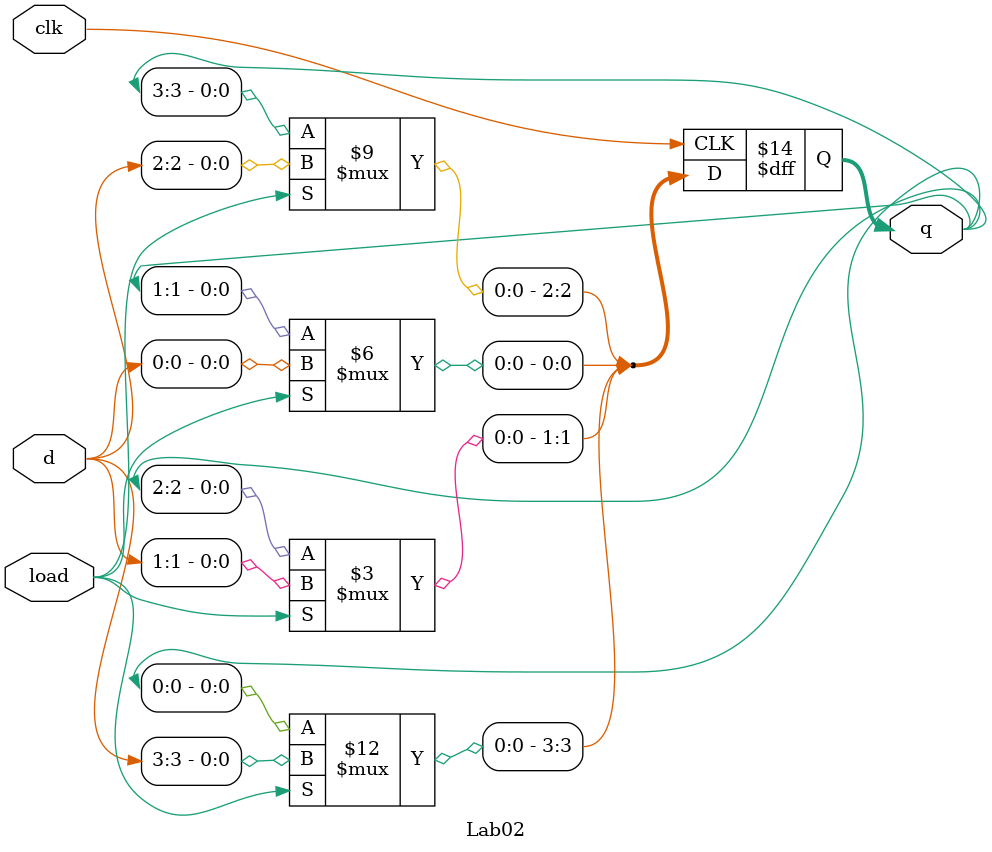
<source format=v>
module Lab02(load, q, d, clk);
	input clk, load;
	input [3:0] d;
	
	output reg [3:0]q;
	
	always @(posedge clk)
	begin
	if (load)
		q=d;
	
	else
		begin
		q[3]<=q[0];
		q[2]<=q[3];
		q[1]<=q[2];
		q[0]<=q[1];
		end
	
	end

endmodule

</source>
